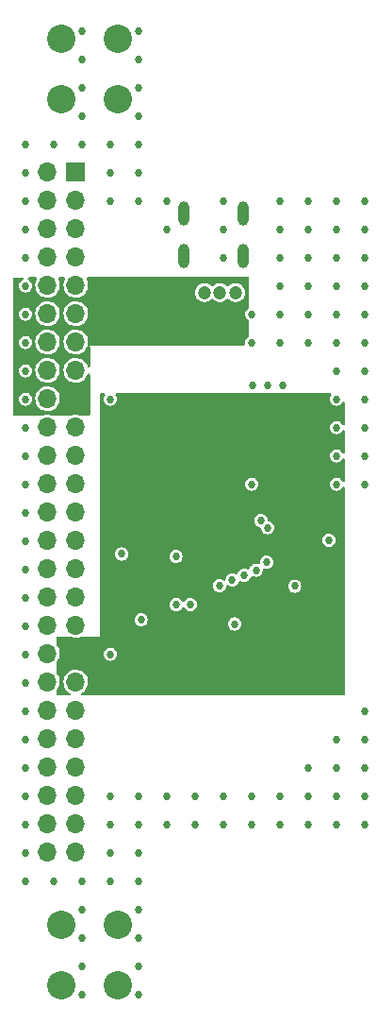
<source format=gbr>
%TF.GenerationSoftware,KiCad,Pcbnew,6.0.1+dfsg-1*%
%TF.CreationDate,2022-03-06T17:25:59+02:00*%
%TF.ProjectId,ram_board,72616d5f-626f-4617-9264-2e6b69636164,rev?*%
%TF.SameCoordinates,Original*%
%TF.FileFunction,Copper,L3,Inr*%
%TF.FilePolarity,Positive*%
%FSLAX46Y46*%
G04 Gerber Fmt 4.6, Leading zero omitted, Abs format (unit mm)*
G04 Created by KiCad (PCBNEW 6.0.1+dfsg-1) date 2022-03-06 17:25:59*
%MOMM*%
%LPD*%
G01*
G04 APERTURE LIST*
%TA.AperFunction,ComponentPad*%
%ADD10C,1.200000*%
%TD*%
%TA.AperFunction,ComponentPad*%
%ADD11O,1.000000X2.200000*%
%TD*%
%TA.AperFunction,ComponentPad*%
%ADD12C,2.540000*%
%TD*%
%TA.AperFunction,ComponentPad*%
%ADD13R,1.700000X1.700000*%
%TD*%
%TA.AperFunction,ComponentPad*%
%ADD14O,1.700000X1.700000*%
%TD*%
%TA.AperFunction,ViaPad*%
%ADD15C,0.686000*%
%TD*%
G04 APERTURE END LIST*
D10*
%TO.N,/DVDD5*%
%TO.C,J2*%
X59580000Y-38060000D03*
%TO.N,/USB_D-*%
X60980000Y-38060000D03*
%TO.N,/USB_D+*%
X62380000Y-38060000D03*
%TO.N,GND*%
X63780000Y-38060000D03*
D11*
X59160000Y-34790000D03*
X59160000Y-30950000D03*
X64500000Y-30950000D03*
X64500000Y-34790000D03*
%TD*%
D12*
%TO.N,GND*%
%TO.C,ST2*%
X53190000Y-94720000D03*
X48110000Y-100160000D03*
X53190000Y-100160000D03*
X48110000Y-94720000D03*
%TD*%
D13*
%TO.N,unconnected-(J1-Pad1)*%
%TO.C,J1*%
X49425790Y-27248710D03*
D14*
%TO.N,unconnected-(J1-Pad2)*%
X46885790Y-27248710D03*
%TO.N,/USB_D+*%
X49425790Y-29788710D03*
%TO.N,/USB_D-*%
X46885790Y-29788710D03*
%TO.N,/BE#*%
X49425790Y-32328710D03*
%TO.N,/OE#*%
X46885790Y-32328710D03*
%TO.N,/WE#*%
X49425790Y-34868710D03*
%TO.N,/CS#*%
X46885790Y-34868710D03*
%TO.N,/A0*%
X49425790Y-37408710D03*
%TO.N,/A1*%
X46885790Y-37408710D03*
%TO.N,/A2*%
X49425790Y-39948710D03*
%TO.N,/A3*%
X46885790Y-39948710D03*
%TO.N,/A4*%
X49425790Y-42488710D03*
%TO.N,/A5*%
X46885790Y-42488710D03*
%TO.N,/A6*%
X49425790Y-45028710D03*
%TO.N,/A7*%
X46885790Y-45028710D03*
%TO.N,/DVDD5*%
X49425790Y-47568710D03*
%TO.N,GND*%
X46885790Y-47568710D03*
%TO.N,/A8*%
X49425790Y-50108710D03*
%TO.N,/A9*%
X46885790Y-50108710D03*
%TO.N,/A10*%
X49425790Y-52648710D03*
%TO.N,/A11*%
X46885790Y-52648710D03*
%TO.N,/A12*%
X49425790Y-55188710D03*
%TO.N,/A13*%
X46885790Y-55188710D03*
%TO.N,/A14*%
X49425790Y-57728710D03*
%TO.N,/A15*%
X46885790Y-57728710D03*
%TO.N,/IO0*%
X49425790Y-60268710D03*
%TO.N,/IO1*%
X46885790Y-60268710D03*
%TO.N,/IO2*%
X49425790Y-62808710D03*
%TO.N,/IO3*%
X46885790Y-62808710D03*
%TO.N,/IO4*%
X49425790Y-65348710D03*
%TO.N,/IO5*%
X46885790Y-65348710D03*
%TO.N,/IO6*%
X49425790Y-67888710D03*
%TO.N,/IO7*%
X46885790Y-67888710D03*
%TO.N,/DVDD3v3*%
X49425790Y-70428710D03*
%TO.N,GND*%
X46885790Y-70428710D03*
%TO.N,/IO8*%
X49425790Y-72968710D03*
%TO.N,/IO9*%
X46885790Y-72968710D03*
%TO.N,/IO10*%
X49425790Y-75508710D03*
%TO.N,/IO11*%
X46885790Y-75508710D03*
%TO.N,/IO12*%
X49425790Y-78048710D03*
%TO.N,/IO13*%
X46885790Y-78048710D03*
%TO.N,/IO14*%
X49425790Y-80588710D03*
%TO.N,/IO15*%
X46885790Y-80588710D03*
%TO.N,unconnected-(J1-Pad45)*%
X49425790Y-83128710D03*
%TO.N,unconnected-(J1-Pad46)*%
X46885790Y-83128710D03*
%TO.N,unconnected-(J1-Pad47)*%
X49425790Y-85668710D03*
%TO.N,unconnected-(J1-Pad48)*%
X46885790Y-85668710D03*
%TO.N,unconnected-(J1-Pad49)*%
X49425790Y-88208710D03*
%TO.N,unconnected-(J1-Pad50)*%
X46885790Y-88208710D03*
%TD*%
D12*
%TO.N,GND*%
%TO.C,ST1*%
X53190000Y-15300000D03*
X53190000Y-20740000D03*
X48110000Y-20740000D03*
X48110000Y-15300000D03*
%TD*%
D15*
%TO.N,GND*%
X66640000Y-59130000D03*
X44908409Y-29836428D03*
X44908409Y-32376428D03*
X75388409Y-78096428D03*
X75388409Y-32376428D03*
X52528409Y-83176428D03*
X65228409Y-85716428D03*
X70308409Y-32376428D03*
X67768409Y-29836428D03*
X44908409Y-37456428D03*
X75388409Y-45076428D03*
X72848409Y-78096428D03*
X44908409Y-55236428D03*
X72848409Y-45076428D03*
X52528409Y-29836428D03*
X75388409Y-50156428D03*
X52528409Y-27296428D03*
X44908409Y-34916428D03*
X44908409Y-75556428D03*
X55068409Y-29836428D03*
X72848409Y-39996428D03*
X72848409Y-52696428D03*
X62688409Y-32376428D03*
X55068409Y-24756428D03*
X49988409Y-95876428D03*
X75388409Y-80636428D03*
X57608409Y-32376428D03*
X44908409Y-42536428D03*
X62688409Y-29836428D03*
X55068409Y-17136428D03*
X72848409Y-55236428D03*
X44908409Y-39996428D03*
X44908409Y-60316428D03*
X55068409Y-98416428D03*
X44908409Y-90796428D03*
X57608409Y-83176428D03*
X49988409Y-24756428D03*
X44908409Y-73016428D03*
X65228409Y-42536428D03*
X70308409Y-85716428D03*
X55068409Y-95876428D03*
X47448409Y-24756428D03*
X72848409Y-37456428D03*
X66050000Y-58490000D03*
X70308409Y-42536428D03*
X47448409Y-90796428D03*
X72848409Y-50156428D03*
X44908409Y-50156428D03*
X49988409Y-98416428D03*
X72848409Y-42536428D03*
X60148409Y-83176428D03*
X49988409Y-14596428D03*
X75388409Y-55236428D03*
X55068409Y-85716428D03*
X55068409Y-19676428D03*
X44908409Y-65396428D03*
X44908409Y-47616428D03*
X49988409Y-22216428D03*
X72848409Y-34916428D03*
X65228409Y-55236428D03*
X44908409Y-52696428D03*
X72848409Y-85716428D03*
X75388409Y-34916428D03*
X44908409Y-83176428D03*
X52528409Y-47616428D03*
X65228409Y-83176428D03*
X55068409Y-90796428D03*
X75388409Y-75556428D03*
X72848409Y-80636428D03*
X55068409Y-27296428D03*
X72848409Y-29836428D03*
X44908409Y-45076428D03*
X55068409Y-83176428D03*
X58420000Y-61710000D03*
X67768409Y-34916428D03*
X49988409Y-93336428D03*
X72848409Y-47616428D03*
X70308409Y-83176428D03*
X67768409Y-37456428D03*
X75388409Y-39996428D03*
X62688409Y-85716428D03*
X49988409Y-100956428D03*
X44908409Y-62856428D03*
X75388409Y-85716428D03*
X62688409Y-83176428D03*
X75388409Y-83176428D03*
X70308409Y-37456428D03*
X60148409Y-85716428D03*
X55068409Y-93336428D03*
X52528409Y-24756428D03*
X75388409Y-52696428D03*
X67768409Y-83176428D03*
X72150000Y-60240000D03*
X44908409Y-70476428D03*
X62688409Y-34916428D03*
X44908409Y-80636428D03*
X49988409Y-90796428D03*
X75388409Y-37456428D03*
X44908409Y-57776428D03*
X52528409Y-70476428D03*
X67768409Y-32376428D03*
X44908409Y-88256428D03*
X44908409Y-85716428D03*
X52528409Y-85716428D03*
X49988409Y-17136428D03*
X55068409Y-22216428D03*
X55068409Y-88256428D03*
X57608409Y-29836428D03*
X44908409Y-24756428D03*
X72848409Y-32376428D03*
X44908409Y-78096428D03*
X44908409Y-27296428D03*
X57608409Y-85716428D03*
X70308409Y-34916428D03*
X75388409Y-29836428D03*
X55068409Y-14596428D03*
X53560000Y-61490000D03*
X52528409Y-90796428D03*
X67768409Y-85716428D03*
X70308409Y-80636428D03*
X55068409Y-100956428D03*
X72848409Y-83176428D03*
X49988409Y-19676428D03*
X70308409Y-39996428D03*
X75388409Y-47616428D03*
X75388409Y-42536428D03*
X44908409Y-67936428D03*
X67768409Y-42536428D03*
X70308409Y-29836428D03*
X65228409Y-39996428D03*
X67768409Y-39996428D03*
X52528409Y-88256428D03*
%TO.N,/DVDD3v3*%
X50910000Y-70260000D03*
X65950000Y-60120000D03*
X59490000Y-62670000D03*
X72080000Y-62180000D03*
X66600000Y-60850000D03*
X55010000Y-59190000D03*
X50880000Y-71630000D03*
%TO.N,/DVDD5*%
X61340000Y-39830000D03*
%TO.N,/A8*%
X66570000Y-62220000D03*
%TO.N,/A10*%
X64570000Y-63390000D03*
%TO.N,/A15*%
X55290000Y-67400000D03*
%TO.N,/A14*%
X58450000Y-66030000D03*
%TO.N,/A13*%
X59710000Y-66000000D03*
%TO.N,/A12*%
X62330000Y-64330000D03*
%TO.N,/A11*%
X63480000Y-63820000D03*
%TO.N,/A9*%
X65610000Y-62940000D03*
%TO.N,/A18*%
X63680000Y-67760000D03*
X69090000Y-64370000D03*
%TO.N,/A7*%
X65310000Y-46410000D03*
%TO.N,/A6*%
X66650000Y-46390000D03*
%TO.N,/A5*%
X68060000Y-46380000D03*
%TD*%
%TA.AperFunction,Conductor*%
%TO.N,/DVDD3v3*%
G36*
X52012226Y-47090002D02*
G01*
X52058719Y-47143658D01*
X52068823Y-47213932D01*
X52044068Y-47272704D01*
X52009988Y-47317118D01*
X51950186Y-47461493D01*
X51929788Y-47616428D01*
X51950186Y-47771363D01*
X52009988Y-47915738D01*
X52105120Y-48039717D01*
X52111670Y-48044743D01*
X52111673Y-48044746D01*
X52167109Y-48087283D01*
X52229098Y-48134849D01*
X52373474Y-48194651D01*
X52528409Y-48215049D01*
X52683344Y-48194651D01*
X52827720Y-48134849D01*
X52889709Y-48087283D01*
X52945145Y-48044746D01*
X52945148Y-48044743D01*
X52951698Y-48039717D01*
X53046830Y-47915738D01*
X53106632Y-47771363D01*
X53127030Y-47616428D01*
X53106632Y-47461493D01*
X53046830Y-47317118D01*
X53012750Y-47272704D01*
X52987150Y-47206484D01*
X53001415Y-47136935D01*
X53051016Y-47086139D01*
X53112713Y-47070000D01*
X72264105Y-47070000D01*
X72332226Y-47090002D01*
X72378719Y-47143658D01*
X72388823Y-47213932D01*
X72364068Y-47272704D01*
X72329988Y-47317118D01*
X72270186Y-47461493D01*
X72249788Y-47616428D01*
X72270186Y-47771363D01*
X72329988Y-47915738D01*
X72425120Y-48039717D01*
X72431670Y-48044743D01*
X72431673Y-48044746D01*
X72487109Y-48087283D01*
X72549098Y-48134849D01*
X72693474Y-48194651D01*
X72848409Y-48215049D01*
X73003344Y-48194651D01*
X73147720Y-48134849D01*
X73209709Y-48087283D01*
X73265145Y-48044746D01*
X73265148Y-48044743D01*
X73271698Y-48039717D01*
X73366830Y-47915738D01*
X73369991Y-47908108D01*
X73374119Y-47900957D01*
X73376782Y-47902494D01*
X73412144Y-47858617D01*
X73479508Y-47836199D01*
X73548299Y-47853760D01*
X73596675Y-47905724D01*
X73610000Y-47962119D01*
X73610000Y-49810737D01*
X73589998Y-49878858D01*
X73536342Y-49925351D01*
X73466068Y-49935455D01*
X73401488Y-49905961D01*
X73376099Y-49870756D01*
X73374119Y-49871899D01*
X73369991Y-49864748D01*
X73366830Y-49857118D01*
X73271698Y-49733139D01*
X73265148Y-49728113D01*
X73265145Y-49728110D01*
X73209709Y-49685573D01*
X73147720Y-49638007D01*
X73003344Y-49578205D01*
X72848409Y-49557807D01*
X72693474Y-49578205D01*
X72549099Y-49638007D01*
X72425120Y-49733139D01*
X72329988Y-49857118D01*
X72270186Y-50001493D01*
X72249788Y-50156428D01*
X72270186Y-50311363D01*
X72329988Y-50455738D01*
X72425120Y-50579717D01*
X72431670Y-50584743D01*
X72431673Y-50584746D01*
X72487109Y-50627283D01*
X72549098Y-50674849D01*
X72693474Y-50734651D01*
X72848409Y-50755049D01*
X73003344Y-50734651D01*
X73147720Y-50674849D01*
X73209709Y-50627283D01*
X73265145Y-50584746D01*
X73265148Y-50584743D01*
X73271698Y-50579717D01*
X73366830Y-50455738D01*
X73369991Y-50448108D01*
X73374119Y-50440957D01*
X73376782Y-50442494D01*
X73412144Y-50398617D01*
X73479508Y-50376199D01*
X73548299Y-50393760D01*
X73596675Y-50445724D01*
X73610000Y-50502119D01*
X73610000Y-52350737D01*
X73589998Y-52418858D01*
X73536342Y-52465351D01*
X73466068Y-52475455D01*
X73401488Y-52445961D01*
X73376099Y-52410756D01*
X73374119Y-52411899D01*
X73369991Y-52404748D01*
X73366830Y-52397118D01*
X73271698Y-52273139D01*
X73265148Y-52268113D01*
X73265145Y-52268110D01*
X73209709Y-52225573D01*
X73147720Y-52178007D01*
X73003344Y-52118205D01*
X72848409Y-52097807D01*
X72693474Y-52118205D01*
X72549099Y-52178007D01*
X72425120Y-52273139D01*
X72329988Y-52397118D01*
X72270186Y-52541493D01*
X72249788Y-52696428D01*
X72270186Y-52851363D01*
X72329988Y-52995738D01*
X72425120Y-53119717D01*
X72431670Y-53124743D01*
X72431673Y-53124746D01*
X72487109Y-53167283D01*
X72549098Y-53214849D01*
X72693474Y-53274651D01*
X72848409Y-53295049D01*
X73003344Y-53274651D01*
X73147720Y-53214849D01*
X73209709Y-53167283D01*
X73265145Y-53124746D01*
X73265148Y-53124743D01*
X73271698Y-53119717D01*
X73366830Y-52995738D01*
X73369991Y-52988108D01*
X73374119Y-52980957D01*
X73376782Y-52982494D01*
X73412144Y-52938617D01*
X73479508Y-52916199D01*
X73548299Y-52933760D01*
X73596675Y-52985724D01*
X73610000Y-53042119D01*
X73610000Y-54890737D01*
X73589998Y-54958858D01*
X73536342Y-55005351D01*
X73466068Y-55015455D01*
X73401488Y-54985961D01*
X73376099Y-54950756D01*
X73374119Y-54951899D01*
X73369991Y-54944748D01*
X73366830Y-54937118D01*
X73271698Y-54813139D01*
X73265148Y-54808113D01*
X73265145Y-54808110D01*
X73209709Y-54765573D01*
X73147720Y-54718007D01*
X73003344Y-54658205D01*
X72848409Y-54637807D01*
X72693474Y-54658205D01*
X72549099Y-54718007D01*
X72425120Y-54813139D01*
X72329988Y-54937118D01*
X72270186Y-55081493D01*
X72249788Y-55236428D01*
X72270186Y-55391363D01*
X72329988Y-55535738D01*
X72425120Y-55659717D01*
X72431670Y-55664743D01*
X72431673Y-55664746D01*
X72487109Y-55707283D01*
X72549098Y-55754849D01*
X72693474Y-55814651D01*
X72848409Y-55835049D01*
X73003344Y-55814651D01*
X73147720Y-55754849D01*
X73209709Y-55707283D01*
X73265145Y-55664746D01*
X73265148Y-55664743D01*
X73271698Y-55659717D01*
X73366830Y-55535738D01*
X73369991Y-55528108D01*
X73374119Y-55520957D01*
X73376782Y-55522494D01*
X73412144Y-55478617D01*
X73479508Y-55456199D01*
X73548299Y-55473760D01*
X73596675Y-55525724D01*
X73610000Y-55582119D01*
X73610000Y-74045143D01*
X73589998Y-74113264D01*
X73536342Y-74159757D01*
X73484043Y-74171143D01*
X49999593Y-74179216D01*
X49931466Y-74159237D01*
X49884954Y-74105598D01*
X49874826Y-74035327D01*
X49904297Y-73970736D01*
X49937983Y-73943282D01*
X50051791Y-73879547D01*
X50114223Y-73827623D01*
X50202863Y-73753901D01*
X50207295Y-73750215D01*
X50336627Y-73594711D01*
X50435454Y-73418241D01*
X50500468Y-73226717D01*
X50501297Y-73221001D01*
X50501298Y-73220996D01*
X50528957Y-73030226D01*
X50529490Y-73026552D01*
X50531005Y-72968710D01*
X50512498Y-72767301D01*
X50457597Y-72572636D01*
X50368141Y-72391237D01*
X50349869Y-72366767D01*
X50250578Y-72233801D01*
X50250577Y-72233800D01*
X50247125Y-72229177D01*
X50220500Y-72204565D01*
X50102843Y-72095804D01*
X50102841Y-72095802D01*
X50098602Y-72091884D01*
X50071164Y-72074572D01*
X49932427Y-71987035D01*
X49927547Y-71983956D01*
X49739688Y-71909008D01*
X49541316Y-71869549D01*
X49535542Y-71869473D01*
X49535538Y-71869473D01*
X49433047Y-71868132D01*
X49339076Y-71866902D01*
X49333379Y-71867881D01*
X49333378Y-71867881D01*
X49145436Y-71900175D01*
X49145435Y-71900175D01*
X49139739Y-71901154D01*
X48949983Y-71971159D01*
X48776161Y-72074572D01*
X48624095Y-72207930D01*
X48498879Y-72366767D01*
X48404704Y-72545763D01*
X48344727Y-72738923D01*
X48320954Y-72939779D01*
X48334182Y-73141604D01*
X48383968Y-73337638D01*
X48468646Y-73521317D01*
X48471979Y-73526033D01*
X48569677Y-73664273D01*
X48585378Y-73686490D01*
X48730256Y-73827623D01*
X48898427Y-73939992D01*
X48903732Y-73942271D01*
X48904857Y-73942882D01*
X48955179Y-73992964D01*
X48970436Y-74062302D01*
X48945784Y-74128881D01*
X48889050Y-74171563D01*
X48844779Y-74179613D01*
X48334391Y-74179789D01*
X47846042Y-74179957D01*
X47777916Y-74159978D01*
X47731404Y-74106339D01*
X47720000Y-74053957D01*
X47720000Y-73732394D01*
X47740002Y-73664273D01*
X47749126Y-73651824D01*
X47792936Y-73599149D01*
X47796627Y-73594711D01*
X47895454Y-73418241D01*
X47960468Y-73226717D01*
X47961297Y-73221001D01*
X47961298Y-73220996D01*
X47988957Y-73030226D01*
X47989490Y-73026552D01*
X47991005Y-72968710D01*
X47972498Y-72767301D01*
X47917597Y-72572636D01*
X47828141Y-72391237D01*
X47745042Y-72279954D01*
X47720310Y-72213404D01*
X47720000Y-72204565D01*
X47720000Y-71192394D01*
X47740002Y-71124273D01*
X47749126Y-71111824D01*
X47780609Y-71073971D01*
X47796627Y-71054711D01*
X47895454Y-70878241D01*
X47928026Y-70782289D01*
X47958610Y-70692191D01*
X47958610Y-70692189D01*
X47960468Y-70686717D01*
X47961297Y-70681001D01*
X47961298Y-70680996D01*
X47988957Y-70490226D01*
X47989490Y-70486552D01*
X47989755Y-70476428D01*
X51929788Y-70476428D01*
X51950186Y-70631363D01*
X52009988Y-70775738D01*
X52105120Y-70899717D01*
X52111670Y-70904743D01*
X52111673Y-70904746D01*
X52167109Y-70947283D01*
X52229098Y-70994849D01*
X52373474Y-71054651D01*
X52528409Y-71075049D01*
X52683344Y-71054651D01*
X52827720Y-70994849D01*
X52889709Y-70947283D01*
X52945145Y-70904746D01*
X52945148Y-70904743D01*
X52951698Y-70899717D01*
X53046830Y-70775738D01*
X53106632Y-70631363D01*
X53127030Y-70476428D01*
X53106632Y-70321493D01*
X53046830Y-70177118D01*
X52951698Y-70053139D01*
X52945148Y-70048113D01*
X52945145Y-70048110D01*
X52889709Y-70005573D01*
X52827720Y-69958007D01*
X52683344Y-69898205D01*
X52528409Y-69877807D01*
X52373474Y-69898205D01*
X52229099Y-69958007D01*
X52105120Y-70053139D01*
X52009988Y-70177118D01*
X51950186Y-70321493D01*
X51929788Y-70476428D01*
X47989755Y-70476428D01*
X47991005Y-70428710D01*
X47972498Y-70227301D01*
X47956498Y-70170567D01*
X47925227Y-70059690D01*
X47917597Y-70032636D01*
X47828141Y-69851237D01*
X47745042Y-69739954D01*
X47720310Y-69673404D01*
X47720000Y-69664565D01*
X47720000Y-68996000D01*
X47740002Y-68927879D01*
X47793658Y-68881386D01*
X47846000Y-68870000D01*
X48895799Y-68870000D01*
X48945537Y-68880232D01*
X49056439Y-68927879D01*
X49084260Y-68939832D01*
X49281530Y-68984470D01*
X49287299Y-68984697D01*
X49287302Y-68984697D01*
X49363473Y-68987689D01*
X49483632Y-68992410D01*
X49569922Y-68979899D01*
X49678076Y-68964218D01*
X49678081Y-68964217D01*
X49683797Y-68963388D01*
X49689269Y-68961530D01*
X49689271Y-68961530D01*
X49869857Y-68900229D01*
X49869859Y-68900228D01*
X49875321Y-68898374D01*
X49880356Y-68895555D01*
X49880359Y-68895553D01*
X49897302Y-68886065D01*
X49958867Y-68870000D01*
X51580000Y-68870000D01*
X51580000Y-67400000D01*
X54691379Y-67400000D01*
X54711777Y-67554935D01*
X54771579Y-67699310D01*
X54866711Y-67823289D01*
X54873261Y-67828315D01*
X54873264Y-67828318D01*
X54928700Y-67870855D01*
X54990689Y-67918421D01*
X55135065Y-67978223D01*
X55290000Y-67998621D01*
X55444935Y-67978223D01*
X55589311Y-67918421D01*
X55651300Y-67870855D01*
X55706736Y-67828318D01*
X55706739Y-67828315D01*
X55713289Y-67823289D01*
X55761852Y-67760000D01*
X63081379Y-67760000D01*
X63101777Y-67914935D01*
X63161579Y-68059310D01*
X63256711Y-68183289D01*
X63263261Y-68188315D01*
X63263264Y-68188318D01*
X63318700Y-68230855D01*
X63380689Y-68278421D01*
X63525065Y-68338223D01*
X63680000Y-68358621D01*
X63834935Y-68338223D01*
X63979311Y-68278421D01*
X64041300Y-68230855D01*
X64096736Y-68188318D01*
X64096739Y-68188315D01*
X64103289Y-68183289D01*
X64198421Y-68059310D01*
X64258223Y-67914935D01*
X64278621Y-67760000D01*
X64258223Y-67605065D01*
X64198421Y-67460690D01*
X64103289Y-67336711D01*
X64096739Y-67331685D01*
X64096736Y-67331682D01*
X64038201Y-67286767D01*
X63979311Y-67241579D01*
X63834935Y-67181777D01*
X63680000Y-67161379D01*
X63525065Y-67181777D01*
X63380690Y-67241579D01*
X63374139Y-67246606D01*
X63289910Y-67311237D01*
X63256711Y-67336711D01*
X63161579Y-67460690D01*
X63101777Y-67605065D01*
X63081379Y-67760000D01*
X55761852Y-67760000D01*
X55808421Y-67699310D01*
X55868223Y-67554935D01*
X55888621Y-67400000D01*
X55868223Y-67245065D01*
X55808421Y-67100690D01*
X55713289Y-66976711D01*
X55706739Y-66971685D01*
X55706736Y-66971682D01*
X55618473Y-66903956D01*
X55589311Y-66881579D01*
X55444935Y-66821777D01*
X55290000Y-66801379D01*
X55135065Y-66821777D01*
X54990690Y-66881579D01*
X54866711Y-66976711D01*
X54771579Y-67100690D01*
X54711777Y-67245065D01*
X54691379Y-67400000D01*
X51580000Y-67400000D01*
X51580000Y-66030000D01*
X57851379Y-66030000D01*
X57871777Y-66184935D01*
X57931579Y-66329310D01*
X57979145Y-66391300D01*
X57998665Y-66416738D01*
X58026711Y-66453289D01*
X58033261Y-66458315D01*
X58033264Y-66458318D01*
X58088700Y-66500855D01*
X58150689Y-66548421D01*
X58295065Y-66608223D01*
X58450000Y-66628621D01*
X58604935Y-66608223D01*
X58749311Y-66548421D01*
X58811300Y-66500855D01*
X58866736Y-66458318D01*
X58866739Y-66458315D01*
X58873289Y-66453289D01*
X58901336Y-66416738D01*
X58920855Y-66391300D01*
X58968421Y-66329310D01*
X58971622Y-66321582D01*
X58971679Y-66321512D01*
X58975710Y-66314529D01*
X58976799Y-66315158D01*
X59016172Y-66266302D01*
X59083536Y-66243883D01*
X59152326Y-66261443D01*
X59190536Y-66300110D01*
X59191579Y-66299310D01*
X59286711Y-66423289D01*
X59293261Y-66428315D01*
X59293264Y-66428318D01*
X59348700Y-66470855D01*
X59410689Y-66518421D01*
X59555065Y-66578223D01*
X59710000Y-66598621D01*
X59864935Y-66578223D01*
X60009311Y-66518421D01*
X60071300Y-66470855D01*
X60126736Y-66428318D01*
X60126739Y-66428315D01*
X60133289Y-66423289D01*
X60228421Y-66299310D01*
X60288223Y-66154935D01*
X60308621Y-66000000D01*
X60288223Y-65845065D01*
X60228421Y-65700690D01*
X60180855Y-65638700D01*
X60138316Y-65583262D01*
X60138315Y-65583261D01*
X60133289Y-65576711D01*
X60126739Y-65571685D01*
X60126736Y-65571682D01*
X60061472Y-65521604D01*
X60009311Y-65481579D01*
X59864935Y-65421777D01*
X59710000Y-65401379D01*
X59555065Y-65421777D01*
X59410690Y-65481579D01*
X59286711Y-65576711D01*
X59191579Y-65700690D01*
X59188419Y-65708320D01*
X59188378Y-65708418D01*
X59188321Y-65708488D01*
X59184290Y-65715471D01*
X59183201Y-65714842D01*
X59143828Y-65763698D01*
X59076464Y-65786117D01*
X59007674Y-65768557D01*
X58969464Y-65729890D01*
X58968421Y-65730690D01*
X58878316Y-65613262D01*
X58878315Y-65613261D01*
X58873289Y-65606711D01*
X58866739Y-65601685D01*
X58866736Y-65601682D01*
X58811300Y-65559145D01*
X58749311Y-65511579D01*
X58604935Y-65451777D01*
X58450000Y-65431379D01*
X58295065Y-65451777D01*
X58150690Y-65511579D01*
X58026711Y-65606711D01*
X57931579Y-65730690D01*
X57871777Y-65875065D01*
X57851379Y-66030000D01*
X51580000Y-66030000D01*
X51580000Y-64330000D01*
X61731379Y-64330000D01*
X61751777Y-64484935D01*
X61811579Y-64629310D01*
X61906711Y-64753289D01*
X61913261Y-64758315D01*
X61913264Y-64758318D01*
X61930101Y-64771237D01*
X62030689Y-64848421D01*
X62175065Y-64908223D01*
X62330000Y-64928621D01*
X62484935Y-64908223D01*
X62629311Y-64848421D01*
X62729899Y-64771237D01*
X62746736Y-64758318D01*
X62746739Y-64758315D01*
X62753289Y-64753289D01*
X62848421Y-64629310D01*
X62908223Y-64484935D01*
X62922256Y-64378346D01*
X62950979Y-64313419D01*
X63010244Y-64274328D01*
X63081235Y-64273483D01*
X63123882Y-64294831D01*
X63169715Y-64330000D01*
X63180689Y-64338421D01*
X63325065Y-64398223D01*
X63480000Y-64418621D01*
X63634935Y-64398223D01*
X63703072Y-64370000D01*
X68491379Y-64370000D01*
X68511777Y-64524935D01*
X68571579Y-64669310D01*
X68666711Y-64793289D01*
X68673261Y-64798315D01*
X68673264Y-64798318D01*
X68728700Y-64840855D01*
X68790689Y-64888421D01*
X68935065Y-64948223D01*
X69090000Y-64968621D01*
X69244935Y-64948223D01*
X69389311Y-64888421D01*
X69451300Y-64840855D01*
X69506736Y-64798318D01*
X69506739Y-64798315D01*
X69513289Y-64793289D01*
X69608421Y-64669310D01*
X69668223Y-64524935D01*
X69688621Y-64370000D01*
X69668223Y-64215065D01*
X69608421Y-64070690D01*
X69513289Y-63946711D01*
X69506739Y-63941685D01*
X69506736Y-63941682D01*
X69430765Y-63883388D01*
X69389311Y-63851579D01*
X69244935Y-63791777D01*
X69090000Y-63771379D01*
X68935065Y-63791777D01*
X68790690Y-63851579D01*
X68666711Y-63946711D01*
X68571579Y-64070690D01*
X68511777Y-64215065D01*
X68491379Y-64370000D01*
X63703072Y-64370000D01*
X63779311Y-64338421D01*
X63853943Y-64281154D01*
X63896736Y-64248318D01*
X63896739Y-64248315D01*
X63903289Y-64243289D01*
X63918663Y-64223254D01*
X63993394Y-64125861D01*
X63998421Y-64119310D01*
X64058223Y-63974935D01*
X64059301Y-63966746D01*
X64059508Y-63965974D01*
X64096459Y-63905351D01*
X64160319Y-63874329D01*
X64230814Y-63882757D01*
X64257915Y-63898619D01*
X64270689Y-63908421D01*
X64415065Y-63968223D01*
X64570000Y-63988621D01*
X64724935Y-63968223D01*
X64869311Y-63908421D01*
X64947507Y-63848419D01*
X64986736Y-63818318D01*
X64986739Y-63818315D01*
X64993289Y-63813289D01*
X65088421Y-63689310D01*
X65148223Y-63544935D01*
X65148538Y-63542544D01*
X65184078Y-63484234D01*
X65247938Y-63453211D01*
X65317053Y-63461057D01*
X65455065Y-63518223D01*
X65610000Y-63538621D01*
X65764935Y-63518223D01*
X65909311Y-63458421D01*
X65998479Y-63390000D01*
X66026736Y-63368318D01*
X66026739Y-63368315D01*
X66033289Y-63363289D01*
X66128421Y-63239310D01*
X66188223Y-63094935D01*
X66208621Y-62940000D01*
X66205458Y-62915973D01*
X66216398Y-62845824D01*
X66263526Y-62792726D01*
X66331880Y-62773536D01*
X66378598Y-62783118D01*
X66415065Y-62798223D01*
X66570000Y-62818621D01*
X66724935Y-62798223D01*
X66869311Y-62738421D01*
X66931300Y-62690855D01*
X66986736Y-62648318D01*
X66986739Y-62648315D01*
X66993289Y-62643289D01*
X67020904Y-62607301D01*
X67083394Y-62525861D01*
X67088421Y-62519310D01*
X67148223Y-62374935D01*
X67168621Y-62220000D01*
X67148223Y-62065065D01*
X67088421Y-61920690D01*
X67014195Y-61823956D01*
X66998316Y-61803262D01*
X66998315Y-61803261D01*
X66993289Y-61796711D01*
X66986739Y-61791685D01*
X66986736Y-61791682D01*
X66880285Y-61710000D01*
X66869311Y-61701579D01*
X66724935Y-61641777D01*
X66570000Y-61621379D01*
X66415065Y-61641777D01*
X66270690Y-61701579D01*
X66146711Y-61796711D01*
X66051579Y-61920690D01*
X65991777Y-62065065D01*
X65971379Y-62220000D01*
X65972457Y-62228188D01*
X65972457Y-62228189D01*
X65974542Y-62244027D01*
X65963602Y-62314176D01*
X65916474Y-62367274D01*
X65848120Y-62386464D01*
X65801402Y-62376882D01*
X65772566Y-62364938D01*
X65772567Y-62364938D01*
X65764935Y-62361777D01*
X65610000Y-62341379D01*
X65455065Y-62361777D01*
X65310690Y-62421579D01*
X65304139Y-62426606D01*
X65193268Y-62511680D01*
X65186711Y-62516711D01*
X65091579Y-62640690D01*
X65031777Y-62785065D01*
X65031462Y-62787456D01*
X64995922Y-62845766D01*
X64932062Y-62876789D01*
X64862947Y-62868943D01*
X64732566Y-62814938D01*
X64732567Y-62814938D01*
X64724935Y-62811777D01*
X64570000Y-62791379D01*
X64415065Y-62811777D01*
X64270690Y-62871579D01*
X64146711Y-62966711D01*
X64051579Y-63090690D01*
X63991777Y-63235065D01*
X63990699Y-63243254D01*
X63990492Y-63244026D01*
X63953541Y-63304649D01*
X63889681Y-63335671D01*
X63819186Y-63327243D01*
X63792085Y-63311381D01*
X63779311Y-63301579D01*
X63634935Y-63241777D01*
X63480000Y-63221379D01*
X63325065Y-63241777D01*
X63180690Y-63301579D01*
X63056711Y-63396711D01*
X62961579Y-63520690D01*
X62901777Y-63665065D01*
X62890503Y-63750699D01*
X62887744Y-63771654D01*
X62859021Y-63836581D01*
X62799756Y-63875672D01*
X62728765Y-63876517D01*
X62686118Y-63855169D01*
X62677322Y-63848419D01*
X62661359Y-63836171D01*
X62635864Y-63816607D01*
X62635862Y-63816606D01*
X62629311Y-63811579D01*
X62484935Y-63751777D01*
X62330000Y-63731379D01*
X62175065Y-63751777D01*
X62030690Y-63811579D01*
X61906711Y-63906711D01*
X61811579Y-64030690D01*
X61751777Y-64175065D01*
X61731379Y-64330000D01*
X51580000Y-64330000D01*
X51580000Y-61490000D01*
X52961379Y-61490000D01*
X52981777Y-61644935D01*
X53041579Y-61789310D01*
X53136711Y-61913289D01*
X53143261Y-61918315D01*
X53143264Y-61918318D01*
X53160944Y-61931884D01*
X53260689Y-62008421D01*
X53405065Y-62068223D01*
X53560000Y-62088621D01*
X53714935Y-62068223D01*
X53859311Y-62008421D01*
X53959056Y-61931884D01*
X53976736Y-61918318D01*
X53976739Y-61918315D01*
X53983289Y-61913289D01*
X54078421Y-61789310D01*
X54111272Y-61710000D01*
X57821379Y-61710000D01*
X57841777Y-61864935D01*
X57901579Y-62009310D01*
X57996711Y-62133289D01*
X58003261Y-62138315D01*
X58003264Y-62138318D01*
X58058700Y-62180855D01*
X58120689Y-62228421D01*
X58265065Y-62288223D01*
X58420000Y-62308621D01*
X58574935Y-62288223D01*
X58719311Y-62228421D01*
X58781300Y-62180855D01*
X58836736Y-62138318D01*
X58836739Y-62138315D01*
X58843289Y-62133289D01*
X58938421Y-62009310D01*
X58998223Y-61864935D01*
X59018621Y-61710000D01*
X58998223Y-61555065D01*
X58938421Y-61410690D01*
X58843289Y-61286711D01*
X58836739Y-61281685D01*
X58836736Y-61281682D01*
X58781300Y-61239145D01*
X58719311Y-61191579D01*
X58574935Y-61131777D01*
X58420000Y-61111379D01*
X58265065Y-61131777D01*
X58120690Y-61191579D01*
X57996711Y-61286711D01*
X57901579Y-61410690D01*
X57841777Y-61555065D01*
X57821379Y-61710000D01*
X54111272Y-61710000D01*
X54138223Y-61644935D01*
X54158621Y-61490000D01*
X54138223Y-61335065D01*
X54078421Y-61190690D01*
X53983289Y-61066711D01*
X53976739Y-61061685D01*
X53976736Y-61061682D01*
X53878743Y-60986490D01*
X53859311Y-60971579D01*
X53714935Y-60911777D01*
X53560000Y-60891379D01*
X53405065Y-60911777D01*
X53260690Y-60971579D01*
X53136711Y-61066711D01*
X53041579Y-61190690D01*
X52981777Y-61335065D01*
X52961379Y-61490000D01*
X51580000Y-61490000D01*
X51580000Y-60240000D01*
X71551379Y-60240000D01*
X71571777Y-60394935D01*
X71631579Y-60539310D01*
X71726711Y-60663289D01*
X71733261Y-60668315D01*
X71733264Y-60668318D01*
X71788700Y-60710855D01*
X71850689Y-60758421D01*
X71995065Y-60818223D01*
X72150000Y-60838621D01*
X72304935Y-60818223D01*
X72449311Y-60758421D01*
X72511300Y-60710855D01*
X72566736Y-60668318D01*
X72566739Y-60668315D01*
X72573289Y-60663289D01*
X72668421Y-60539310D01*
X72728223Y-60394935D01*
X72748621Y-60240000D01*
X72728223Y-60085065D01*
X72668421Y-59940690D01*
X72573289Y-59816711D01*
X72566739Y-59811685D01*
X72566736Y-59811682D01*
X72511300Y-59769145D01*
X72449311Y-59721579D01*
X72304935Y-59661777D01*
X72150000Y-59641379D01*
X71995065Y-59661777D01*
X71850690Y-59721579D01*
X71726711Y-59816711D01*
X71631579Y-59940690D01*
X71571777Y-60085065D01*
X71551379Y-60240000D01*
X51580000Y-60240000D01*
X51580000Y-58490000D01*
X65451379Y-58490000D01*
X65471777Y-58644935D01*
X65531579Y-58789310D01*
X65626711Y-58913289D01*
X65633261Y-58918315D01*
X65633264Y-58918318D01*
X65688700Y-58960855D01*
X65750689Y-59008421D01*
X65822877Y-59038322D01*
X65887435Y-59065063D01*
X65887438Y-59065064D01*
X65895065Y-59068223D01*
X65903253Y-59069301D01*
X65939827Y-59074116D01*
X66004754Y-59102838D01*
X66043846Y-59162104D01*
X66048303Y-59182592D01*
X66061777Y-59284935D01*
X66121579Y-59429310D01*
X66216711Y-59553289D01*
X66223261Y-59558315D01*
X66223264Y-59558318D01*
X66278700Y-59600855D01*
X66340689Y-59648421D01*
X66485065Y-59708223D01*
X66640000Y-59728621D01*
X66794935Y-59708223D01*
X66939311Y-59648421D01*
X67001300Y-59600855D01*
X67056736Y-59558318D01*
X67056739Y-59558315D01*
X67063289Y-59553289D01*
X67158421Y-59429310D01*
X67218223Y-59284935D01*
X67238621Y-59130000D01*
X67218223Y-58975065D01*
X67158421Y-58830690D01*
X67063289Y-58706711D01*
X67056739Y-58701685D01*
X67056736Y-58701682D01*
X66972109Y-58636746D01*
X66939311Y-58611579D01*
X66867123Y-58581678D01*
X66802565Y-58554937D01*
X66802562Y-58554936D01*
X66794935Y-58551777D01*
X66750173Y-58545884D01*
X66685246Y-58517162D01*
X66646154Y-58457896D01*
X66641697Y-58437408D01*
X66629301Y-58343255D01*
X66629301Y-58343254D01*
X66628223Y-58335065D01*
X66568421Y-58190690D01*
X66473289Y-58066711D01*
X66466739Y-58061685D01*
X66466736Y-58061682D01*
X66411300Y-58019145D01*
X66349311Y-57971579D01*
X66204935Y-57911777D01*
X66050000Y-57891379D01*
X65895065Y-57911777D01*
X65750690Y-57971579D01*
X65626711Y-58066711D01*
X65531579Y-58190690D01*
X65471777Y-58335065D01*
X65451379Y-58490000D01*
X51580000Y-58490000D01*
X51580000Y-55236428D01*
X64629788Y-55236428D01*
X64650186Y-55391363D01*
X64709988Y-55535738D01*
X64805120Y-55659717D01*
X64811670Y-55664743D01*
X64811673Y-55664746D01*
X64867109Y-55707283D01*
X64929098Y-55754849D01*
X65073474Y-55814651D01*
X65228409Y-55835049D01*
X65383344Y-55814651D01*
X65527720Y-55754849D01*
X65589709Y-55707283D01*
X65645145Y-55664746D01*
X65645148Y-55664743D01*
X65651698Y-55659717D01*
X65746830Y-55535738D01*
X65806632Y-55391363D01*
X65827030Y-55236428D01*
X65806632Y-55081493D01*
X65746830Y-54937118D01*
X65651698Y-54813139D01*
X65645148Y-54808113D01*
X65645145Y-54808110D01*
X65589709Y-54765573D01*
X65527720Y-54718007D01*
X65383344Y-54658205D01*
X65228409Y-54637807D01*
X65073474Y-54658205D01*
X64929099Y-54718007D01*
X64805120Y-54813139D01*
X64709988Y-54937118D01*
X64650186Y-55081493D01*
X64629788Y-55236428D01*
X51580000Y-55236428D01*
X51580000Y-47196000D01*
X51600002Y-47127879D01*
X51653658Y-47081386D01*
X51706000Y-47070000D01*
X51944105Y-47070000D01*
X52012226Y-47090002D01*
G37*
%TD.AperFunction*%
%TD*%
%TA.AperFunction,Conductor*%
%TO.N,/DVDD5*%
G36*
X64941871Y-36660139D02*
G01*
X64988490Y-36713685D01*
X65000000Y-36766297D01*
X65000000Y-39365571D01*
X64979998Y-39433692D01*
X64936998Y-39474692D01*
X64936734Y-39474845D01*
X64929099Y-39478007D01*
X64805120Y-39573139D01*
X64709988Y-39697118D01*
X64650186Y-39841493D01*
X64629788Y-39996428D01*
X64650186Y-40151363D01*
X64709988Y-40295738D01*
X64805120Y-40419717D01*
X64811670Y-40424743D01*
X64811673Y-40424746D01*
X64882678Y-40479230D01*
X64929098Y-40514849D01*
X64936733Y-40518012D01*
X64936999Y-40518165D01*
X64985993Y-40569548D01*
X65000000Y-40627285D01*
X65000000Y-41905571D01*
X64979998Y-41973692D01*
X64936998Y-42014692D01*
X64936734Y-42014845D01*
X64929099Y-42018007D01*
X64805120Y-42113139D01*
X64709988Y-42237118D01*
X64650186Y-42381493D01*
X64629788Y-42536428D01*
X64630866Y-42544616D01*
X64645735Y-42657553D01*
X64634796Y-42727702D01*
X64587668Y-42780801D01*
X64520813Y-42800000D01*
X51234115Y-42800001D01*
X50713715Y-42800001D01*
X50713715Y-42805320D01*
X50698981Y-42809646D01*
X50692189Y-42814011D01*
X50696458Y-42818034D01*
X50713715Y-42881682D01*
X50713715Y-44629811D01*
X50693713Y-44697932D01*
X50640057Y-44744425D01*
X50569783Y-44754529D01*
X50505203Y-44725035D01*
X50466446Y-44664013D01*
X50465227Y-44659690D01*
X50457597Y-44632636D01*
X50368141Y-44451237D01*
X50349869Y-44426767D01*
X50250578Y-44293801D01*
X50250577Y-44293800D01*
X50247125Y-44289177D01*
X50224140Y-44267930D01*
X50102843Y-44155804D01*
X50102841Y-44155802D01*
X50098602Y-44151884D01*
X50071164Y-44134572D01*
X49932427Y-44047035D01*
X49927547Y-44043956D01*
X49739688Y-43969008D01*
X49541316Y-43929549D01*
X49535542Y-43929473D01*
X49535538Y-43929473D01*
X49433047Y-43928132D01*
X49339076Y-43926902D01*
X49333379Y-43927881D01*
X49333378Y-43927881D01*
X49145436Y-43960175D01*
X49145435Y-43960175D01*
X49139739Y-43961154D01*
X48949983Y-44031159D01*
X48776161Y-44134572D01*
X48624095Y-44267930D01*
X48498879Y-44426767D01*
X48404704Y-44605763D01*
X48344727Y-44798923D01*
X48320954Y-44999779D01*
X48334182Y-45201604D01*
X48383968Y-45397638D01*
X48468646Y-45581317D01*
X48585378Y-45746490D01*
X48730256Y-45887623D01*
X48735060Y-45890833D01*
X48802441Y-45935856D01*
X48898427Y-45999992D01*
X48903730Y-46002270D01*
X48903733Y-46002272D01*
X48992081Y-46040229D01*
X49084260Y-46079832D01*
X49281530Y-46124470D01*
X49287299Y-46124697D01*
X49287302Y-46124697D01*
X49363473Y-46127689D01*
X49483632Y-46132410D01*
X49569922Y-46119899D01*
X49678076Y-46104218D01*
X49678081Y-46104217D01*
X49683797Y-46103388D01*
X49689269Y-46101530D01*
X49689271Y-46101530D01*
X49869857Y-46040229D01*
X49869859Y-46040228D01*
X49875321Y-46038374D01*
X50051791Y-45939547D01*
X50114223Y-45887623D01*
X50202863Y-45813901D01*
X50207295Y-45810215D01*
X50336627Y-45654711D01*
X50435454Y-45478241D01*
X50468026Y-45382289D01*
X50468402Y-45381180D01*
X50509239Y-45323104D01*
X50574992Y-45296326D01*
X50644784Y-45309347D01*
X50696458Y-45358034D01*
X50713715Y-45421682D01*
X50713715Y-48954001D01*
X50693713Y-49022122D01*
X50640057Y-49068615D01*
X50587715Y-49080001D01*
X49841579Y-49080001D01*
X49794890Y-49071031D01*
X49745053Y-49051148D01*
X49745049Y-49051147D01*
X49739688Y-49049008D01*
X49541316Y-49009549D01*
X49535542Y-49009473D01*
X49535538Y-49009473D01*
X49433047Y-49008132D01*
X49339076Y-49006902D01*
X49333379Y-49007881D01*
X49333378Y-49007881D01*
X49145436Y-49040175D01*
X49145435Y-49040175D01*
X49139739Y-49041154D01*
X49055550Y-49072213D01*
X49011941Y-49080001D01*
X47301576Y-49080001D01*
X47254890Y-49071031D01*
X47199688Y-49049008D01*
X47001316Y-49009549D01*
X46995542Y-49009473D01*
X46995538Y-49009473D01*
X46893047Y-49008132D01*
X46799076Y-49006902D01*
X46793379Y-49007881D01*
X46793378Y-49007881D01*
X46605436Y-49040175D01*
X46605435Y-49040175D01*
X46599739Y-49041154D01*
X46594313Y-49043156D01*
X46594312Y-49043156D01*
X46515551Y-49072212D01*
X46471941Y-49080000D01*
X43896000Y-49080000D01*
X43827879Y-49059998D01*
X43781386Y-49006342D01*
X43770000Y-48954000D01*
X43770000Y-47616428D01*
X44309788Y-47616428D01*
X44330186Y-47771363D01*
X44389988Y-47915738D01*
X44485120Y-48039717D01*
X44491670Y-48044743D01*
X44491673Y-48044746D01*
X44547109Y-48087283D01*
X44609098Y-48134849D01*
X44753474Y-48194651D01*
X44908409Y-48215049D01*
X45063344Y-48194651D01*
X45207720Y-48134849D01*
X45269709Y-48087283D01*
X45325145Y-48044746D01*
X45325148Y-48044743D01*
X45331698Y-48039717D01*
X45426830Y-47915738D01*
X45486632Y-47771363D01*
X45507030Y-47616428D01*
X45496939Y-47539779D01*
X45780954Y-47539779D01*
X45794182Y-47741604D01*
X45843968Y-47937638D01*
X45928646Y-48121317D01*
X46045378Y-48286490D01*
X46190256Y-48427623D01*
X46358427Y-48539992D01*
X46363730Y-48542270D01*
X46363733Y-48542272D01*
X46452081Y-48580229D01*
X46544260Y-48619832D01*
X46741530Y-48664470D01*
X46747299Y-48664697D01*
X46747302Y-48664697D01*
X46823473Y-48667689D01*
X46943632Y-48672410D01*
X47029922Y-48659899D01*
X47138076Y-48644218D01*
X47138081Y-48644217D01*
X47143797Y-48643388D01*
X47149269Y-48641530D01*
X47149271Y-48641530D01*
X47329857Y-48580229D01*
X47329859Y-48580228D01*
X47335321Y-48578374D01*
X47511791Y-48479547D01*
X47574223Y-48427623D01*
X47662863Y-48353901D01*
X47667295Y-48350215D01*
X47796627Y-48194711D01*
X47895454Y-48018241D01*
X47928026Y-47922289D01*
X47958610Y-47832191D01*
X47958610Y-47832189D01*
X47960468Y-47826717D01*
X47961297Y-47821001D01*
X47961298Y-47820996D01*
X47988957Y-47630226D01*
X47989490Y-47626552D01*
X47991005Y-47568710D01*
X47972498Y-47367301D01*
X47956498Y-47310567D01*
X47925227Y-47199690D01*
X47917597Y-47172636D01*
X47828141Y-46991237D01*
X47809869Y-46966767D01*
X47710578Y-46833801D01*
X47710577Y-46833800D01*
X47707125Y-46829177D01*
X47684140Y-46807930D01*
X47562843Y-46695804D01*
X47562841Y-46695802D01*
X47558602Y-46691884D01*
X47531164Y-46674572D01*
X47392427Y-46587035D01*
X47387547Y-46583956D01*
X47199688Y-46509008D01*
X47001316Y-46469549D01*
X46995542Y-46469473D01*
X46995538Y-46469473D01*
X46893047Y-46468132D01*
X46799076Y-46466902D01*
X46793379Y-46467881D01*
X46793378Y-46467881D01*
X46605436Y-46500175D01*
X46605435Y-46500175D01*
X46599739Y-46501154D01*
X46409983Y-46571159D01*
X46236161Y-46674572D01*
X46084095Y-46807930D01*
X45958879Y-46966767D01*
X45864704Y-47145763D01*
X45804727Y-47338923D01*
X45780954Y-47539779D01*
X45496939Y-47539779D01*
X45486632Y-47461493D01*
X45426830Y-47317118D01*
X45331698Y-47193139D01*
X45325148Y-47188113D01*
X45325145Y-47188110D01*
X45263289Y-47140647D01*
X45207720Y-47098007D01*
X45063344Y-47038205D01*
X44908409Y-47017807D01*
X44753474Y-47038205D01*
X44609099Y-47098007D01*
X44485120Y-47193139D01*
X44389988Y-47317118D01*
X44330186Y-47461493D01*
X44309788Y-47616428D01*
X43770000Y-47616428D01*
X43770000Y-45076428D01*
X44309788Y-45076428D01*
X44330186Y-45231363D01*
X44389988Y-45375738D01*
X44485120Y-45499717D01*
X44491670Y-45504743D01*
X44491673Y-45504746D01*
X44547109Y-45547283D01*
X44609098Y-45594849D01*
X44753474Y-45654651D01*
X44908409Y-45675049D01*
X45063344Y-45654651D01*
X45207720Y-45594849D01*
X45269709Y-45547283D01*
X45325145Y-45504746D01*
X45325148Y-45504743D01*
X45331698Y-45499717D01*
X45426830Y-45375738D01*
X45486632Y-45231363D01*
X45507030Y-45076428D01*
X45496939Y-44999779D01*
X45780954Y-44999779D01*
X45794182Y-45201604D01*
X45843968Y-45397638D01*
X45928646Y-45581317D01*
X46045378Y-45746490D01*
X46190256Y-45887623D01*
X46195060Y-45890833D01*
X46262441Y-45935856D01*
X46358427Y-45999992D01*
X46363730Y-46002270D01*
X46363733Y-46002272D01*
X46452081Y-46040229D01*
X46544260Y-46079832D01*
X46741530Y-46124470D01*
X46747299Y-46124697D01*
X46747302Y-46124697D01*
X46823473Y-46127689D01*
X46943632Y-46132410D01*
X47029922Y-46119899D01*
X47138076Y-46104218D01*
X47138081Y-46104217D01*
X47143797Y-46103388D01*
X47149269Y-46101530D01*
X47149271Y-46101530D01*
X47329857Y-46040229D01*
X47329859Y-46040228D01*
X47335321Y-46038374D01*
X47511791Y-45939547D01*
X47574223Y-45887623D01*
X47662863Y-45813901D01*
X47667295Y-45810215D01*
X47796627Y-45654711D01*
X47895454Y-45478241D01*
X47914654Y-45421682D01*
X47958610Y-45292191D01*
X47958610Y-45292189D01*
X47960468Y-45286717D01*
X47961297Y-45281001D01*
X47961298Y-45280996D01*
X47988957Y-45090226D01*
X47989490Y-45086552D01*
X47991005Y-45028710D01*
X47972498Y-44827301D01*
X47956498Y-44770567D01*
X47925227Y-44659690D01*
X47917597Y-44632636D01*
X47828141Y-44451237D01*
X47809869Y-44426767D01*
X47710578Y-44293801D01*
X47710577Y-44293800D01*
X47707125Y-44289177D01*
X47684140Y-44267930D01*
X47562843Y-44155804D01*
X47562841Y-44155802D01*
X47558602Y-44151884D01*
X47531164Y-44134572D01*
X47392427Y-44047035D01*
X47387547Y-44043956D01*
X47199688Y-43969008D01*
X47001316Y-43929549D01*
X46995542Y-43929473D01*
X46995538Y-43929473D01*
X46893047Y-43928132D01*
X46799076Y-43926902D01*
X46793379Y-43927881D01*
X46793378Y-43927881D01*
X46605436Y-43960175D01*
X46605435Y-43960175D01*
X46599739Y-43961154D01*
X46409983Y-44031159D01*
X46236161Y-44134572D01*
X46084095Y-44267930D01*
X45958879Y-44426767D01*
X45864704Y-44605763D01*
X45804727Y-44798923D01*
X45780954Y-44999779D01*
X45496939Y-44999779D01*
X45486632Y-44921493D01*
X45426830Y-44777118D01*
X45331698Y-44653139D01*
X45325148Y-44648113D01*
X45325145Y-44648110D01*
X45263289Y-44600647D01*
X45207720Y-44558007D01*
X45063344Y-44498205D01*
X44908409Y-44477807D01*
X44753474Y-44498205D01*
X44609099Y-44558007D01*
X44485120Y-44653139D01*
X44389988Y-44777118D01*
X44330186Y-44921493D01*
X44309788Y-45076428D01*
X43770000Y-45076428D01*
X43770000Y-42536428D01*
X44309788Y-42536428D01*
X44330186Y-42691363D01*
X44389988Y-42835738D01*
X44485120Y-42959717D01*
X44491670Y-42964743D01*
X44491673Y-42964746D01*
X44547109Y-43007283D01*
X44609098Y-43054849D01*
X44753474Y-43114651D01*
X44908409Y-43135049D01*
X45063344Y-43114651D01*
X45207720Y-43054849D01*
X45269709Y-43007283D01*
X45325145Y-42964746D01*
X45325148Y-42964743D01*
X45331698Y-42959717D01*
X45426830Y-42835738D01*
X45486632Y-42691363D01*
X45507030Y-42536428D01*
X45496939Y-42459779D01*
X45780954Y-42459779D01*
X45794182Y-42661604D01*
X45843968Y-42857638D01*
X45928646Y-43041317D01*
X46045378Y-43206490D01*
X46190256Y-43347623D01*
X46358427Y-43459992D01*
X46363730Y-43462270D01*
X46363733Y-43462272D01*
X46452081Y-43500229D01*
X46544260Y-43539832D01*
X46741530Y-43584470D01*
X46747299Y-43584697D01*
X46747302Y-43584697D01*
X46823473Y-43587689D01*
X46943632Y-43592410D01*
X47029922Y-43579899D01*
X47138076Y-43564218D01*
X47138081Y-43564217D01*
X47143797Y-43563388D01*
X47149269Y-43561530D01*
X47149271Y-43561530D01*
X47329857Y-43500229D01*
X47329859Y-43500228D01*
X47335321Y-43498374D01*
X47511791Y-43399547D01*
X47574223Y-43347623D01*
X47662863Y-43273901D01*
X47667295Y-43270215D01*
X47796627Y-43114711D01*
X47895454Y-42938241D01*
X47914654Y-42881682D01*
X47958610Y-42752191D01*
X47958610Y-42752189D01*
X47960468Y-42746717D01*
X47961297Y-42741001D01*
X47961298Y-42740996D01*
X47988957Y-42550226D01*
X47989490Y-42546552D01*
X47991005Y-42488710D01*
X47988347Y-42459779D01*
X48320954Y-42459779D01*
X48334182Y-42661604D01*
X48383968Y-42857638D01*
X48468646Y-43041317D01*
X48585378Y-43206490D01*
X48730256Y-43347623D01*
X48898427Y-43459992D01*
X48903730Y-43462270D01*
X48903733Y-43462272D01*
X48992081Y-43500229D01*
X49084260Y-43539832D01*
X49281530Y-43584470D01*
X49287299Y-43584697D01*
X49287302Y-43584697D01*
X49363473Y-43587689D01*
X49483632Y-43592410D01*
X49569922Y-43579899D01*
X49678076Y-43564218D01*
X49678081Y-43564217D01*
X49683797Y-43563388D01*
X49689269Y-43561530D01*
X49689271Y-43561530D01*
X49869857Y-43500229D01*
X49869859Y-43500228D01*
X49875321Y-43498374D01*
X50051791Y-43399547D01*
X50114223Y-43347623D01*
X50202863Y-43273901D01*
X50207295Y-43270215D01*
X50336627Y-43114711D01*
X50435454Y-42938241D01*
X50468026Y-42842289D01*
X50468402Y-42841180D01*
X50509239Y-42783104D01*
X50530738Y-42774349D01*
X50508669Y-42726025D01*
X50508690Y-42690013D01*
X50528957Y-42550228D01*
X50528957Y-42550226D01*
X50529490Y-42546552D01*
X50531005Y-42488710D01*
X50512498Y-42287301D01*
X50496498Y-42230567D01*
X50465227Y-42119690D01*
X50457597Y-42092636D01*
X50368141Y-41911237D01*
X50349869Y-41886767D01*
X50250578Y-41753801D01*
X50250577Y-41753800D01*
X50247125Y-41749177D01*
X50224140Y-41727930D01*
X50102843Y-41615804D01*
X50102841Y-41615802D01*
X50098602Y-41611884D01*
X50071164Y-41594572D01*
X49932427Y-41507035D01*
X49927547Y-41503956D01*
X49739688Y-41429008D01*
X49541316Y-41389549D01*
X49535542Y-41389473D01*
X49535538Y-41389473D01*
X49433047Y-41388132D01*
X49339076Y-41386902D01*
X49333379Y-41387881D01*
X49333378Y-41387881D01*
X49145436Y-41420175D01*
X49145435Y-41420175D01*
X49139739Y-41421154D01*
X48949983Y-41491159D01*
X48776161Y-41594572D01*
X48624095Y-41727930D01*
X48498879Y-41886767D01*
X48404704Y-42065763D01*
X48344727Y-42258923D01*
X48320954Y-42459779D01*
X47988347Y-42459779D01*
X47972498Y-42287301D01*
X47956498Y-42230567D01*
X47925227Y-42119690D01*
X47917597Y-42092636D01*
X47828141Y-41911237D01*
X47809869Y-41886767D01*
X47710578Y-41753801D01*
X47710577Y-41753800D01*
X47707125Y-41749177D01*
X47684140Y-41727930D01*
X47562843Y-41615804D01*
X47562841Y-41615802D01*
X47558602Y-41611884D01*
X47531164Y-41594572D01*
X47392427Y-41507035D01*
X47387547Y-41503956D01*
X47199688Y-41429008D01*
X47001316Y-41389549D01*
X46995542Y-41389473D01*
X46995538Y-41389473D01*
X46893047Y-41388132D01*
X46799076Y-41386902D01*
X46793379Y-41387881D01*
X46793378Y-41387881D01*
X46605436Y-41420175D01*
X46605435Y-41420175D01*
X46599739Y-41421154D01*
X46409983Y-41491159D01*
X46236161Y-41594572D01*
X46084095Y-41727930D01*
X45958879Y-41886767D01*
X45864704Y-42065763D01*
X45804727Y-42258923D01*
X45780954Y-42459779D01*
X45496939Y-42459779D01*
X45486632Y-42381493D01*
X45426830Y-42237118D01*
X45331698Y-42113139D01*
X45325148Y-42108113D01*
X45325145Y-42108110D01*
X45263289Y-42060647D01*
X45207720Y-42018007D01*
X45063344Y-41958205D01*
X44908409Y-41937807D01*
X44753474Y-41958205D01*
X44609099Y-42018007D01*
X44485120Y-42113139D01*
X44389988Y-42237118D01*
X44330186Y-42381493D01*
X44309788Y-42536428D01*
X43770000Y-42536428D01*
X43770000Y-39996428D01*
X44309788Y-39996428D01*
X44330186Y-40151363D01*
X44389988Y-40295738D01*
X44485120Y-40419717D01*
X44491670Y-40424743D01*
X44491673Y-40424746D01*
X44547109Y-40467283D01*
X44609098Y-40514849D01*
X44753474Y-40574651D01*
X44908409Y-40595049D01*
X45063344Y-40574651D01*
X45207720Y-40514849D01*
X45269709Y-40467283D01*
X45325145Y-40424746D01*
X45325148Y-40424743D01*
X45331698Y-40419717D01*
X45426830Y-40295738D01*
X45486632Y-40151363D01*
X45507030Y-39996428D01*
X45496939Y-39919779D01*
X45780954Y-39919779D01*
X45794182Y-40121604D01*
X45843968Y-40317638D01*
X45928646Y-40501317D01*
X46045378Y-40666490D01*
X46190256Y-40807623D01*
X46358427Y-40919992D01*
X46363730Y-40922270D01*
X46363733Y-40922272D01*
X46452081Y-40960229D01*
X46544260Y-40999832D01*
X46741530Y-41044470D01*
X46747299Y-41044697D01*
X46747302Y-41044697D01*
X46823473Y-41047689D01*
X46943632Y-41052410D01*
X47029922Y-41039899D01*
X47138076Y-41024218D01*
X47138081Y-41024217D01*
X47143797Y-41023388D01*
X47149269Y-41021530D01*
X47149271Y-41021530D01*
X47329857Y-40960229D01*
X47329859Y-40960228D01*
X47335321Y-40958374D01*
X47511791Y-40859547D01*
X47574223Y-40807623D01*
X47662863Y-40733901D01*
X47667295Y-40730215D01*
X47796627Y-40574711D01*
X47799519Y-40569548D01*
X47840665Y-40496074D01*
X47895454Y-40398241D01*
X47928026Y-40302289D01*
X47958610Y-40212191D01*
X47958610Y-40212189D01*
X47960468Y-40206717D01*
X47961297Y-40201001D01*
X47961298Y-40200996D01*
X47988957Y-40010226D01*
X47989490Y-40006552D01*
X47991005Y-39948710D01*
X47988347Y-39919779D01*
X48320954Y-39919779D01*
X48334182Y-40121604D01*
X48383968Y-40317638D01*
X48468646Y-40501317D01*
X48585378Y-40666490D01*
X48730256Y-40807623D01*
X48898427Y-40919992D01*
X48903730Y-40922270D01*
X48903733Y-40922272D01*
X48992081Y-40960229D01*
X49084260Y-40999832D01*
X49281530Y-41044470D01*
X49287299Y-41044697D01*
X49287302Y-41044697D01*
X49363473Y-41047689D01*
X49483632Y-41052410D01*
X49569922Y-41039899D01*
X49678076Y-41024218D01*
X49678081Y-41024217D01*
X49683797Y-41023388D01*
X49689269Y-41021530D01*
X49689271Y-41021530D01*
X49869857Y-40960229D01*
X49869859Y-40960228D01*
X49875321Y-40958374D01*
X50051791Y-40859547D01*
X50114223Y-40807623D01*
X50202863Y-40733901D01*
X50207295Y-40730215D01*
X50336627Y-40574711D01*
X50339519Y-40569548D01*
X50380665Y-40496074D01*
X50435454Y-40398241D01*
X50468026Y-40302289D01*
X50498610Y-40212191D01*
X50498610Y-40212189D01*
X50500468Y-40206717D01*
X50501297Y-40201001D01*
X50501298Y-40200996D01*
X50528957Y-40010226D01*
X50529490Y-40006552D01*
X50531005Y-39948710D01*
X50512498Y-39747301D01*
X50496498Y-39690567D01*
X50465227Y-39579690D01*
X50457597Y-39552636D01*
X50368141Y-39371237D01*
X50349869Y-39346767D01*
X50250578Y-39213801D01*
X50250577Y-39213800D01*
X50247125Y-39209177D01*
X50224140Y-39187930D01*
X50102843Y-39075804D01*
X50102841Y-39075802D01*
X50098602Y-39071884D01*
X50071164Y-39054572D01*
X49932427Y-38967035D01*
X49927547Y-38963956D01*
X49739688Y-38889008D01*
X49541316Y-38849549D01*
X49535542Y-38849473D01*
X49535538Y-38849473D01*
X49433047Y-38848132D01*
X49339076Y-38846902D01*
X49333379Y-38847881D01*
X49333378Y-38847881D01*
X49145436Y-38880175D01*
X49145435Y-38880175D01*
X49139739Y-38881154D01*
X48949983Y-38951159D01*
X48776161Y-39054572D01*
X48624095Y-39187930D01*
X48498879Y-39346767D01*
X48404704Y-39525763D01*
X48344727Y-39718923D01*
X48320954Y-39919779D01*
X47988347Y-39919779D01*
X47972498Y-39747301D01*
X47956498Y-39690567D01*
X47925227Y-39579690D01*
X47917597Y-39552636D01*
X47828141Y-39371237D01*
X47809869Y-39346767D01*
X47710578Y-39213801D01*
X47710577Y-39213800D01*
X47707125Y-39209177D01*
X47684140Y-39187930D01*
X47562843Y-39075804D01*
X47562841Y-39075802D01*
X47558602Y-39071884D01*
X47531164Y-39054572D01*
X47392427Y-38967035D01*
X47387547Y-38963956D01*
X47199688Y-38889008D01*
X47001316Y-38849549D01*
X46995542Y-38849473D01*
X46995538Y-38849473D01*
X46893047Y-38848132D01*
X46799076Y-38846902D01*
X46793379Y-38847881D01*
X46793378Y-38847881D01*
X46605436Y-38880175D01*
X46605435Y-38880175D01*
X46599739Y-38881154D01*
X46409983Y-38951159D01*
X46236161Y-39054572D01*
X46084095Y-39187930D01*
X45958879Y-39346767D01*
X45864704Y-39525763D01*
X45804727Y-39718923D01*
X45780954Y-39919779D01*
X45496939Y-39919779D01*
X45486632Y-39841493D01*
X45426830Y-39697118D01*
X45331698Y-39573139D01*
X45325148Y-39568113D01*
X45325145Y-39568110D01*
X45263289Y-39520647D01*
X45207720Y-39478007D01*
X45063344Y-39418205D01*
X44908409Y-39397807D01*
X44753474Y-39418205D01*
X44609099Y-39478007D01*
X44485120Y-39573139D01*
X44389988Y-39697118D01*
X44330186Y-39841493D01*
X44309788Y-39996428D01*
X43770000Y-39996428D01*
X43770000Y-36815704D01*
X43790002Y-36747583D01*
X43843658Y-36701090D01*
X43895703Y-36689704D01*
X43973697Y-36689520D01*
X44578698Y-36688095D01*
X44646865Y-36707937D01*
X44693484Y-36761483D01*
X44703753Y-36831733D01*
X44674413Y-36896383D01*
X44627214Y-36930503D01*
X44616731Y-36934845D01*
X44616727Y-36934848D01*
X44609099Y-36938007D01*
X44485120Y-37033139D01*
X44389988Y-37157118D01*
X44330186Y-37301493D01*
X44309788Y-37456428D01*
X44330186Y-37611363D01*
X44389988Y-37755738D01*
X44485120Y-37879717D01*
X44491670Y-37884743D01*
X44491673Y-37884746D01*
X44496906Y-37888761D01*
X44609098Y-37974849D01*
X44753474Y-38034651D01*
X44908409Y-38055049D01*
X45063344Y-38034651D01*
X45207720Y-37974849D01*
X45319912Y-37888761D01*
X45325145Y-37884746D01*
X45325148Y-37884743D01*
X45331698Y-37879717D01*
X45426830Y-37755738D01*
X45486632Y-37611363D01*
X45507030Y-37456428D01*
X45486632Y-37301493D01*
X45426830Y-37157118D01*
X45331698Y-37033139D01*
X45325148Y-37028113D01*
X45325145Y-37028110D01*
X45263289Y-36980647D01*
X45207720Y-36938007D01*
X45196127Y-36933205D01*
X45185880Y-36928960D01*
X45130600Y-36884411D01*
X45108180Y-36817047D01*
X45125739Y-36748256D01*
X45177702Y-36699879D01*
X45233801Y-36686553D01*
X45813883Y-36685186D01*
X45882050Y-36705028D01*
X45928669Y-36758574D01*
X45938938Y-36828824D01*
X45925687Y-36869854D01*
X45864704Y-36985763D01*
X45804727Y-37178923D01*
X45780954Y-37379779D01*
X45794182Y-37581604D01*
X45843968Y-37777638D01*
X45928646Y-37961317D01*
X46045378Y-38126490D01*
X46190256Y-38267623D01*
X46358427Y-38379992D01*
X46363730Y-38382270D01*
X46363733Y-38382272D01*
X46452081Y-38420229D01*
X46544260Y-38459832D01*
X46741530Y-38504470D01*
X46747299Y-38504697D01*
X46747302Y-38504697D01*
X46823473Y-38507689D01*
X46943632Y-38512410D01*
X47029922Y-38499899D01*
X47138076Y-38484218D01*
X47138081Y-38484217D01*
X47143797Y-38483388D01*
X47149269Y-38481530D01*
X47149271Y-38481530D01*
X47329857Y-38420229D01*
X47329859Y-38420228D01*
X47335321Y-38418374D01*
X47511791Y-38319547D01*
X47574223Y-38267623D01*
X47662863Y-38193901D01*
X47667295Y-38190215D01*
X47796627Y-38034711D01*
X47895454Y-37858241D01*
X47928026Y-37762289D01*
X47958610Y-37672191D01*
X47958610Y-37672189D01*
X47960468Y-37666717D01*
X47961297Y-37661001D01*
X47961298Y-37660996D01*
X47988957Y-37470226D01*
X47989490Y-37466552D01*
X47991005Y-37408710D01*
X47972498Y-37207301D01*
X47956498Y-37150567D01*
X47925227Y-37039690D01*
X47917597Y-37012636D01*
X47843247Y-36861869D01*
X47831057Y-36791927D01*
X47858616Y-36726498D01*
X47917174Y-36686354D01*
X47955953Y-36680141D01*
X48232267Y-36679491D01*
X48357033Y-36679197D01*
X48425201Y-36699039D01*
X48471820Y-36752585D01*
X48482089Y-36822835D01*
X48468838Y-36863865D01*
X48404704Y-36985763D01*
X48344727Y-37178923D01*
X48320954Y-37379779D01*
X48334182Y-37581604D01*
X48383968Y-37777638D01*
X48468646Y-37961317D01*
X48585378Y-38126490D01*
X48730256Y-38267623D01*
X48898427Y-38379992D01*
X48903730Y-38382270D01*
X48903733Y-38382272D01*
X48992081Y-38420229D01*
X49084260Y-38459832D01*
X49281530Y-38504470D01*
X49287299Y-38504697D01*
X49287302Y-38504697D01*
X49363473Y-38507689D01*
X49483632Y-38512410D01*
X49569922Y-38499899D01*
X49678076Y-38484218D01*
X49678081Y-38484217D01*
X49683797Y-38483388D01*
X49689269Y-38481530D01*
X49689271Y-38481530D01*
X49869857Y-38420229D01*
X49869859Y-38420228D01*
X49875321Y-38418374D01*
X50051791Y-38319547D01*
X50114223Y-38267623D01*
X50202863Y-38193901D01*
X50207295Y-38190215D01*
X50315594Y-38060000D01*
X60124815Y-38060000D01*
X60125505Y-38066565D01*
X60132228Y-38130525D01*
X60143503Y-38237803D01*
X60198750Y-38407835D01*
X60202053Y-38413557D01*
X60202054Y-38413558D01*
X60241298Y-38481530D01*
X60288141Y-38562665D01*
X60407770Y-38695526D01*
X60552407Y-38800612D01*
X60558435Y-38803296D01*
X60558437Y-38803297D01*
X60664853Y-38850676D01*
X60715733Y-38873329D01*
X60784195Y-38887881D01*
X60884152Y-38909128D01*
X60884156Y-38909128D01*
X60890609Y-38910500D01*
X61069391Y-38910500D01*
X61075844Y-38909128D01*
X61075848Y-38909128D01*
X61175805Y-38887881D01*
X61244267Y-38873329D01*
X61295147Y-38850676D01*
X61401563Y-38803297D01*
X61401565Y-38803296D01*
X61407593Y-38800612D01*
X61552230Y-38695526D01*
X61586364Y-38657616D01*
X61646809Y-38620377D01*
X61717793Y-38621728D01*
X61773636Y-38657616D01*
X61807770Y-38695526D01*
X61952407Y-38800612D01*
X61958435Y-38803296D01*
X61958437Y-38803297D01*
X62064853Y-38850676D01*
X62115733Y-38873329D01*
X62184195Y-38887881D01*
X62284152Y-38909128D01*
X62284156Y-38909128D01*
X62290609Y-38910500D01*
X62469391Y-38910500D01*
X62475844Y-38909128D01*
X62475848Y-38909128D01*
X62575805Y-38887881D01*
X62644267Y-38873329D01*
X62695147Y-38850676D01*
X62801563Y-38803297D01*
X62801565Y-38803296D01*
X62807593Y-38800612D01*
X62952230Y-38695526D01*
X62986364Y-38657616D01*
X63046809Y-38620377D01*
X63117793Y-38621728D01*
X63173636Y-38657616D01*
X63207770Y-38695526D01*
X63352407Y-38800612D01*
X63358435Y-38803296D01*
X63358437Y-38803297D01*
X63464853Y-38850676D01*
X63515733Y-38873329D01*
X63584195Y-38887881D01*
X63684152Y-38909128D01*
X63684156Y-38909128D01*
X63690609Y-38910500D01*
X63869391Y-38910500D01*
X63875844Y-38909128D01*
X63875848Y-38909128D01*
X63975805Y-38887881D01*
X64044267Y-38873329D01*
X64095147Y-38850676D01*
X64201563Y-38803297D01*
X64201565Y-38803296D01*
X64207593Y-38800612D01*
X64352230Y-38695526D01*
X64471859Y-38562665D01*
X64518702Y-38481530D01*
X64557946Y-38413558D01*
X64557947Y-38413557D01*
X64561250Y-38407835D01*
X64616497Y-38237803D01*
X64627773Y-38130525D01*
X64634495Y-38066565D01*
X64635185Y-38060000D01*
X64616497Y-37882197D01*
X64561250Y-37712165D01*
X64471859Y-37557335D01*
X64418678Y-37498272D01*
X64356645Y-37429377D01*
X64356643Y-37429376D01*
X64352230Y-37424474D01*
X64207593Y-37319388D01*
X64201565Y-37316704D01*
X64201563Y-37316703D01*
X64050298Y-37249356D01*
X64050297Y-37249356D01*
X64044267Y-37246671D01*
X63956829Y-37228086D01*
X63875848Y-37210872D01*
X63875844Y-37210872D01*
X63869391Y-37209500D01*
X63690609Y-37209500D01*
X63684156Y-37210872D01*
X63684152Y-37210872D01*
X63603171Y-37228086D01*
X63515733Y-37246671D01*
X63509703Y-37249356D01*
X63509702Y-37249356D01*
X63358438Y-37316703D01*
X63358436Y-37316704D01*
X63352408Y-37319388D01*
X63207770Y-37424474D01*
X63173636Y-37462384D01*
X63113191Y-37499623D01*
X63042207Y-37498272D01*
X62986364Y-37462384D01*
X62952230Y-37424474D01*
X62807593Y-37319388D01*
X62801565Y-37316704D01*
X62801563Y-37316703D01*
X62650298Y-37249356D01*
X62650297Y-37249356D01*
X62644267Y-37246671D01*
X62556829Y-37228086D01*
X62475848Y-37210872D01*
X62475844Y-37210872D01*
X62469391Y-37209500D01*
X62290609Y-37209500D01*
X62284156Y-37210872D01*
X62284152Y-37210872D01*
X62203171Y-37228086D01*
X62115733Y-37246671D01*
X62109703Y-37249356D01*
X62109702Y-37249356D01*
X61958438Y-37316703D01*
X61958436Y-37316704D01*
X61952408Y-37319388D01*
X61807770Y-37424474D01*
X61773636Y-37462384D01*
X61713191Y-37499623D01*
X61642207Y-37498272D01*
X61586364Y-37462384D01*
X61552230Y-37424474D01*
X61407593Y-37319388D01*
X61401565Y-37316704D01*
X61401563Y-37316703D01*
X61250298Y-37249356D01*
X61250297Y-37249356D01*
X61244267Y-37246671D01*
X61156829Y-37228086D01*
X61075848Y-37210872D01*
X61075844Y-37210872D01*
X61069391Y-37209500D01*
X60890609Y-37209500D01*
X60884156Y-37210872D01*
X60884152Y-37210872D01*
X60803171Y-37228086D01*
X60715733Y-37246671D01*
X60709703Y-37249356D01*
X60709702Y-37249356D01*
X60558438Y-37316703D01*
X60558436Y-37316704D01*
X60552408Y-37319388D01*
X60407770Y-37424474D01*
X60403357Y-37429376D01*
X60403355Y-37429377D01*
X60341322Y-37498272D01*
X60288141Y-37557335D01*
X60198750Y-37712165D01*
X60143503Y-37882197D01*
X60124815Y-38060000D01*
X50315594Y-38060000D01*
X50336627Y-38034711D01*
X50435454Y-37858241D01*
X50468026Y-37762289D01*
X50498610Y-37672191D01*
X50498610Y-37672189D01*
X50500468Y-37666717D01*
X50501297Y-37661001D01*
X50501298Y-37660996D01*
X50528957Y-37470226D01*
X50529490Y-37466552D01*
X50531005Y-37408710D01*
X50512498Y-37207301D01*
X50496498Y-37150567D01*
X50465227Y-37039690D01*
X50457597Y-37012636D01*
X50400267Y-36896383D01*
X50380301Y-36855895D01*
X50368111Y-36785953D01*
X50395670Y-36720524D01*
X50454228Y-36680380D01*
X50493010Y-36674167D01*
X59483062Y-36652993D01*
X64873705Y-36640297D01*
X64941871Y-36660139D01*
G37*
%TD.AperFunction*%
%TD*%
M02*

</source>
